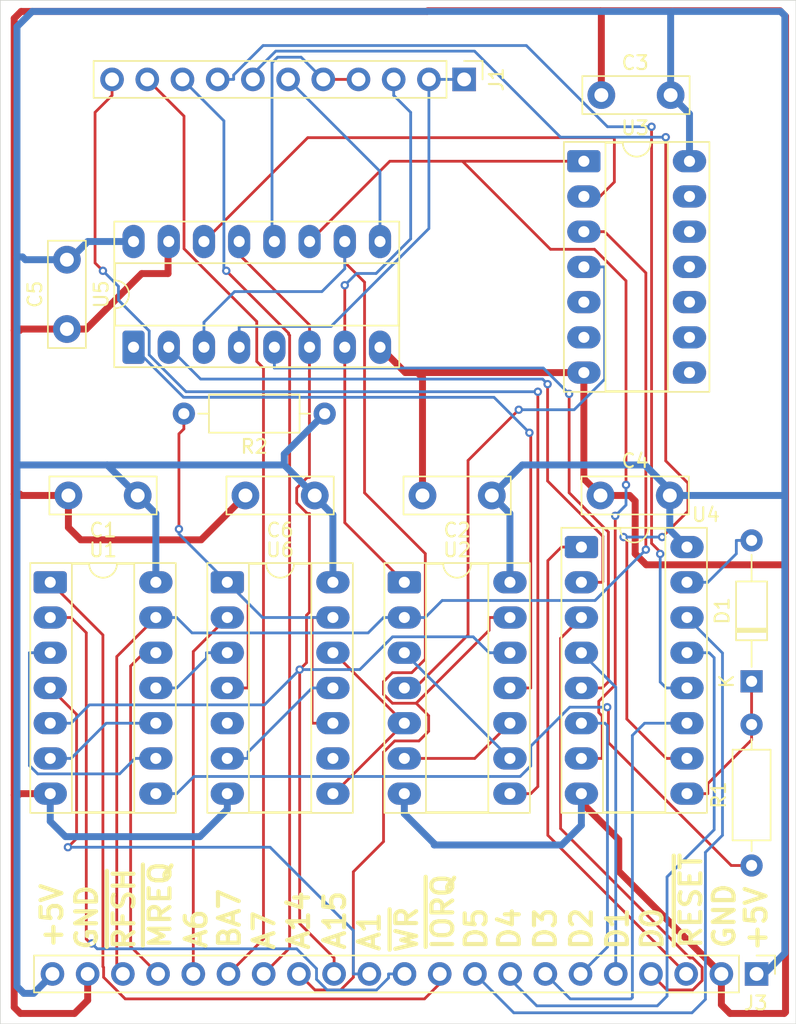
<source format=kicad_pcb>
(kicad_pcb (version 20241229) (generator "pcbnew") (generator_version "9.0")
  (layers (0 "F.Cu" signal) (2 "B.Cu" signal) (13 "F.Paste" user) (15 "B.Paste" user) (5 "F.SilkS" user "F.Silkscreen") (7 "B.SilkS" user "B.Silkscreen") (1 "F.Mask" user) (3 "B.Mask" user) (25 "Edge.Cuts" user))
  (net 0 "")
  (net 1 "Net-(R1-Pad1)")
  (net 2 "Net-(D1-K)")
  (net 3 "Net-(U6A-~{R})")
  (net 4 "+5V")
  (net 5 "/D4")
  (net 6 "Net-(U4-Q1)")
  (net 7 "Net-(U4-Q2)")
  (net 8 "/D2")
  (net 9 "/~{RESET}")
  (net 10 "/ROM_A14 (D70_27)")
  (net 11 "GND")
  (net 12 "/D5")
  (net 13 "/D3")
  (net 14 "/SCR_PAGE (D23_6)")
  (net 15 "/D0")
  (net 16 "Net-(D1-A)")
  (net 17 "Net-(U4-Q0)")
  (net 18 "/D1")
  (net 19 "/A14**")
  (net 20 "/A15")
  (net 21 "/A14")
  (net 22 "/A15*")
  (net 23 "Net-(U5-S)")
  (net 24 "Net-(U5-I0c)")
  (net 25 "/A15**")
  (net 26 "/A14*")
  (net 27 "/~{RFSH}")
  (net 28 "/~{WR}")
  (net 29 "Net-(U1-Pad3)")
  (net 30 "/~{MREQ}")
  (net 31 "/A1")
  (net 32 "Net-(U6A-C)")
  (net 33 "Net-(U1-Pad10)")
  (net 34 "/~{IORQ}")
  (net 35 "Net-(U2-Pad3)")
  (net 36 "Net-(U2-Pad10)")
  (net 37 "Net-(U2-Pad4)")
  (net 38 "/D25_13")
  (net 39 "Net-(U6B-D)")
  (net 49 "Net-(U6A-~{Q})")
  (net 50 "/A6")
  (net 52 "/BA7 (D27_5)")
  (net 53 "/A7 (D27_3)")
  (footprint "Package_DIP:DIP-14_W7.62mm_Socket_LongPads" (layer "F.Cu") (at 65 112.06)
    (property "Reference" "U1")
    (property "Value" "74LS32")
  )
  (footprint "Connector_PinHeader_2.54mm:PinHeader_1x11_P2.54mm_Vertical" (layer "F.Cu") (at 94.86 75.8 -90)
    (property "Reference" "J1")
    (property "Value" "OUTPUT")
  )
  (footprint "Package_DIP:DIP-14_W7.62mm_Socket_LongPads" (layer "F.Cu") (at 77.7733 112.06)
    (property "Reference" "U6")
    (property "Value" "74LS74")
  )
  (footprint "Diode_THT:D_DO-35_SOD27_P10.16mm_Horizontal" (layer "F.Cu") (at 115.6 119.2 90)
    (property "Reference" "D1")
    (property "Value" "1N4148")
  )
  (footprint "Capacitor_THT:C_Disc_D7.5mm_W2.5mm_P5.00mm" (layer "F.Cu") (at 109.76 76.93 180)
    (property "Reference" "C3")
    (property "Value" "0.1uF")
  )
  (footprint "Resistor_THT:R_Axial_DIN0207_L6.3mm_D2.5mm_P10.16mm_Horizontal" (layer "F.Cu") (at 84.8 99.9 180)
    (property "Reference" "R2")
    (property "Value" "1K")
  )
  (footprint "Capacitor_THT:C_Disc_D7.5mm_W2.5mm_P5.00mm" (layer "F.Cu") (at 96.8567 105.8 180)
    (property "Reference" "C2")
    (property "Value" "0.1uF")
  )
  (footprint "Package_DIP:DIP-14_W7.62mm_Socket_LongPads" (layer "F.Cu") (at 103.5 81.7)
    (property "Reference" "U3")
    (property "Value" "74LS04")
  )
  (footprint "Package_DIP:DIP-16_W7.62mm_Socket_LongPads" (layer "F.Cu") (at 103.32 109.52)
    (property "Reference" "U4")
    (property "Value" "74LS174")
  )
  (footprint "Connector_PinHeader_2.54mm:PinHeader_1x21_P2.54mm_Vertical" (layer "F.Cu") (at 115.96 140.3 -90)
    (property "Reference" "J3")
    (property "Value" "INPUT")
  )
  (footprint "Capacitor_THT:C_Disc_D7.5mm_W2.5mm_P5.00mm" (layer "F.Cu") (at 84.0833 105.8 180)
    (property "Reference" "C6")
    (property "Value" "0.1uF")
  )
  (footprint "Package_DIP:DIP-14_W7.62mm_Socket_LongPads" (layer "F.Cu") (at 90.5467 112.06)
    (property "Reference" "U2")
    (property "Value" "74LS00")
  )
  (footprint "Resistor_THT:R_Axial_DIN0207_L6.3mm_D2.5mm_P10.16mm_Horizontal" (layer "F.Cu") (at 115.6 132.48 90)
    (property "Reference" "R1")
    (property "Value" "1K")
  )
  (footprint "Package_DIP:DIP-16_W7.62mm_Socket_LongPads" (layer "F.Cu") (at 71.01 95.11 90)
    (property "Reference" "U5")
    (property "Value" "74LS257")
  )
  (footprint "Capacitor_THT:C_Disc_D7.5mm_W2.5mm_P5.00mm" (layer "F.Cu") (at 66.2 88.8 -90)
    (property "Reference" "C5")
    (property "Value" "0.1uF")
  )
  (footprint "Capacitor_THT:C_Disc_D7.5mm_W2.5mm_P5.00mm" (layer "F.Cu") (at 109.7 105.8 180)
    (property "Reference" "C4")
    (property "Value" "0.1uF")
  )
  (footprint "Capacitor_THT:C_Disc_D7.5mm_W2.5mm_P5.00mm" (layer "F.Cu") (at 71.31 105.8 180)
    (property "Reference" "C1")
    (property "Value" "0.1uF")
  )
  (gr_rect (start 61.4 70.1) (end 118.8 143.9) (stroke (width 0.05)) (fill no) (layer "Edge.Cuts"))
  (gr_text "BA7" (at 78.8 138.6 90) (layer "F.SilkS") (effects (font (size 1.5 1.5) (thickness 0.3) (bold yes)) (justify left bottom)))
  (gr_text "D2" (at 104.2 138.7 90) (layer "F.SilkS") (effects (font (size 1.5 1.5) (thickness 0.3) (bold yes)) (justify left bottom)))
  (gr_text "D4" (at 99 138.7 90) (layer "F.SilkS") (effects (font (size 1.5 1.5) (thickness 0.3) (bold yes)) (justify left bottom)))
  (gr_text "A6" (at 76.4 138.6 90) (layer "F.SilkS") (effects (font (size 1.5 1.5) (thickness 0.3) (bold yes)) (justify left bottom)))
  (gr_text "~{WR}" (at 91.6 138.9 90) (layer "F.SilkS") (effects (font (size 1.5 1.5) (thickness 0.3) (bold yes)) (justify left bottom)))
  (gr_text "~{MREQ}" (at 73.8 138.6 90) (layer "F.SilkS") (effects (font (size 1.5 1.5) (thickness 0.3) (bold yes)) (justify left bottom)))
  (gr_text "~{RFSH}" (at 71.2 138.7 90) (layer "F.SilkS") (effects (font (size 1.5 1.5) (thickness 0.3) (bold yes)) (justify left bottom)))
  (gr_text "D3" (at 101.6 138.7 90) (layer "F.SilkS") (effects (font (size 1.5 1.5) (thickness 0.3) (bold yes)) (justify left bottom)))
  (gr_text "+5V" (at 66 138.6 90) (layer "F.SilkS") (effects (font (size 1.5 1.5) (thickness 0.3) (bold yes)) (justify left bottom)))
  (gr_text "A7" (at 81.3 138.7 90) (layer "F.SilkS") (effects (font (size 1.5 1.5) (thickness 0.3) (bold yes)) (justify left bottom)))
  (gr_text "A15" (at 86.4 138.7 90) (layer "F.SilkS") (effects (font (size 1.5 1.5) (thickness 0.3) (bold yes)) (justify left bottom)))
  (gr_text "D0" (at 109.3 138.7 90) (layer "F.SilkS") (effects (font (size 1.5 1.5) (thickness 0.3) (bold yes)) (justify left bottom)))
  (gr_text "A14" (at 83.8 138.7 90) (layer "F.SilkS") (effects (font (size 1.5 1.5) (thickness 0.3) (bold yes)) (justify left bottom)))
  (gr_text "GND" (at 114.5 138.6 90) (layer "F.SilkS") (effects (font (size 1.5 1.5) (thickness 0.3) (bold yes)) (justify left bottom)))
  (gr_text "~{IORQ}" (at 94.2 138.7 90) (layer "F.SilkS") (effects (font (size 1.5 1.5) (thickness 0.3) (bold yes)) (justify left bottom)))
  (gr_text "+5V" (at 116.8 138.8 90) (layer "F.SilkS") (effects (font (size 1.5 1.5) (thickness 0.3) (bold yes)) (justify left bottom)))
  (gr_text "D1" (at 106.8 138.7 90) (layer "F.SilkS") (effects (font (size 1.5 1.5) (thickness 0.3) (bold yes)) (justify left bottom)))
  (gr_text "GND" (at 68.5 138.7 90) (layer "F.SilkS") (effects (font (size 1.5 1.5) (thickness 0.3) (bold yes)) (justify left bottom)))
  (gr_text "A1" (at 88.9 138.8 90) (layer "F.SilkS") (effects (font (size 1.5 1.5) (thickness 0.3) (bold yes)) (justify left bottom)))
  (gr_text "D5" (at 96.6 138.7 90) (layer "F.SilkS") (effects (font (size 1.5 1.5) (thickness 0.3) (bold yes)) (justify left bottom)))
  (gr_text "~{RESET}" (at 112.1 138.6 90) (layer "F.SilkS") (effects (font (size 1.5 1.5) (thickness 0.3) (bold yes)) (justify left bottom)))
  (segment (start 114.1305 132.48) (end 105.2688 123.6183) (width 0.2) (layer "F.Cu") (net 1))
  (segment (start 105.2688 123.6183) (end 105.2688 121.1491) (width 0.2) (layer "F.Cu") (net 1))
  (segment (start 105.2688 121.1491) (end 105.1857 121.066) (width 0.2) (layer "F.Cu") (net 1))
  (segment (start 115.6 132.48) (end 114.1305 132.48) (width 0.2) (layer "F.Cu") (net 1))
  (via (at 105.1857 121.066) (size 0.6) (drill 0.3) (layers "F.Cu" "B.Cu") (net 1))
  (segment (start 99.6684 125.2962) (end 99.6684 123.8747) (width 0.2) (layer "B.Cu") (net 1))
  (segment (start 74.1217 127.3) (end 75.3603 126.0614) (width 0.2) (layer "B.Cu") (net 1))
  (segment (start 98.9032 126.0614) (end 99.6684 125.2962) (width 0.2) (layer "B.Cu") (net 1))
  (segment (start 99.6684 123.8747) (end 102.4771 121.066) (width 0.2) (layer "B.Cu") (net 1))
  (segment (start 72.62 127.3) (end 74.1217 127.3) (width 0.2) (layer "B.Cu") (net 1))
  (segment (start 102.4771 121.066) (end 105.1857 121.066) (width 0.2) (layer "B.Cu") (net 1))
  (segment (start 75.3603 126.0614) (end 98.9032 126.0614) (width 0.2) (layer "B.Cu") (net 1))
  (segment (start 112.4417 127.3) (end 112.4417 126.58) (width 0.2) (layer "F.Cu") (net 2))
  (segment (start 112.4417 126.58) (end 115.6 123.4217) (width 0.2) (layer "F.Cu") (net 2))
  (segment (start 115.6 122.32) (end 115.6 119.2) (width 0.2) (layer "F.Cu") (net 2))
  (segment (start 115.6 122.32) (end 115.6 123.4217) (width 0.2) (layer "F.Cu") (net 2))
  (segment (start 110.94 127.3) (end 112.4417 127.3) (width 0.2) (layer "F.Cu") (net 2))
  (segment (start 85.3933 114.6) (end 83.8916 114.6) (width 0.2) (layer "F.Cu") (net 3))
  (segment (start 79.275 119.68) (end 79.275 113.5617) (width 0.2) (layer "F.Cu") (net 3))
  (segment (start 83.8916 122.22) (end 83.8916 114.6) (width 0.2) (layer "F.Cu") (net 3))
  (segment (start 74.64 99.9) (end 74.64 101.0017) (width 0.2) (layer "F.Cu") (net 3))
  (segment (start 74.285 101.3567) (end 74.285 108.222) (width 0.2) (layer "F.Cu") (net 3))
  (segment (start 79.275 113.5617) (end 77.7733 112.06) (width 0.2) (layer "F.Cu") (net 3))
  (segment (start 85.3933 122.22) (end 83.8916 122.22) (width 0.2) (layer "F.Cu") (net 3))
  (segment (start 77.7733 119.68) (end 79.275 119.68) (width 0.2) (layer "F.Cu") (net 3))
  (segment (start 74.64 101.0017) (end 74.285 101.3567) (width 0.2) (layer "F.Cu") (net 3))
  (via (at 74.285 108.222) (size 0.6) (drill 0.3) (layers "F.Cu" "B.Cu") (net 3))
  (segment (start 74.285 108.5717) (end 77.7733 112.06) (width 0.2) (layer "B.Cu") (net 3))
  (segment (start 80.3133 114.6) (end 77.7733 112.06) (width 0.2) (layer "B.Cu") (net 3))
  (segment (start 85.3933 114.6) (end 80.3133 114.6) (width 0.2) (layer "B.Cu") (net 3))
  (segment (start 74.285 108.222) (end 74.285 108.5717) (width 0.2) (layer "B.Cu") (net 3))
  (segment (start 99.0567 103.6) (end 96.8567 105.8) (width 0.5) (layer "B.Cu") (net 4))
  (segment (start 118 71.2) (end 118 105.8) (width 0.5) (layer "B.Cu") (net 4))
  (segment (start 109.7 105.4) (end 107.9 103.6) (width 0.5) (layer "B.Cu") (net 4))
  (segment (start 62.6 88.6) (end 62.6 72) (width 0.5) (layer "B.Cu") (net 4))
  (segment (start 63.8 141.7) (end 63.1 141.7) (width 0.5) (layer "B.Cu") (net 4))
  (segment (start 65.16 140.34) (end 63.8 141.7) (width 0.5) (layer "B.Cu") (net 4))
  (segment (start 69.11 103.6) (end 71.31 105.8) (width 0.5) (layer "B.Cu") (net 4))
  (segment (start 109.7 105.8) (end 109.7 105.4) (width 0.5) (layer "B.Cu") (net 4))
  (segment (start 96.8567 105.8) (end 98.1667 107.11) (width 0.5) (layer "B.Cu") (net 4))
  (segment (start 62.6 72) (end 63.7 70.9) (width 0.5) (layer "B.Cu") (net 4))
  (segment (start 62.6 141.2) (end 62.6 103.6) (width 0.5) (layer "B.Cu") (net 4))
  (segment (start 67.71 87.49) (end 71.01 87.49) (width 0.5) (layer "B.Cu") (net 4))
  (segment (start 109.7 108.28) (end 110.94 109.52) (width 0.5) (layer "B.Cu") (net 4))
  (segment (start 62.6 88.6) (end 63 88.6) (width 0.5) (layer "B.Cu") (net 4))
  (segment (start 72.62 107.11) (end 72.62 112.06) (width 0.5) (layer "B.Cu") (net 4))
  (segment (start 98.1667 107.11) (end 98.1667 112.06) (width 0.5) (layer "B.Cu") (net 4))
  (segment (start 65.16 140.3) (end 65.16 140.34) (width 0.5) (layer "B.Cu") (net 4))
  (segment (start 109.9 70.9) (end 109.76 71.04) (width 0.5) (layer "B.Cu") (net 4))
  (segment (start 118 105.8) (end 118 138.8) (width 0.5) (layer "B.Cu") (net 4))
  (segment (start 63.2 88.8) (end 66.2 88.8) (width 0.5) (layer "B.Cu") (net 4))
  (segment (start 81.8833 102.817) (end 84.8 99.9) (width 0.5) (layer "B.Cu") (net 4))
  (segment (start 117.7 70.9) (end 118 71.2) (width 0.5) (layer "B.Cu") (net 4))
  (segment (start 84.0833 105.8) (end 84.0833 105.883) (width 0.5) (layer "B.Cu") (net 4))
  (segment (start 66.2 88.8) (end 66.4 88.8) (width 0.5) (layer "B.Cu") (net 4))
  (segment (start 69.11 103.6) (end 81.8833 103.6) (width 0.5) (layer "B.Cu") (net 4))
  (segment (start 116.5 140.3) (end 115.96 140.3) (width 0.5) (layer "B.Cu") (net 4))
  (segment (start 109.7 105.8) (end 109.7 108.28) (width 0.5) (layer "B.Cu") (net 4))
  (segment (start 62.6 103.6) (end 62.6 88.6) (width 0.5) (layer "B.Cu") (net 4))
  (segment (start 62.6 103.6) (end 69.11 103.6) (width 0.5) (layer "B.Cu") (net 4))
  (segment (start 84.0833 105.883) (end 85.3933 107.193) (width 0.5) (layer "B.Cu") (net 4))
  (segment (start 81.8833 103.6) (end 81.8833 102.817) (width 0.5) (layer "B.Cu") (net 4))
  (segment (start 109.9 70.9) (end 117.7 70.9) (width 0.5) (layer "B.Cu") (net 4))
  (segment (start 111.12 78.29) (end 111.12 81.7) (width 0.5) (layer "B.Cu") (net 4))
  (segment (start 118 105.8) (end 109.7 105.8) (width 0.5) (layer "B.Cu") (net 4))
  (segment (start 118 138.8) (end 116.5 140.3) (width 0.5) (layer "B.Cu") (net 4))
  (segment (start 63.1 141.7) (end 62.6 141.2) (width 0.5) (layer "B.Cu") (net 4))
  (segment (start 109.76 76.93) (end 111.12 78.29) (width 0.5) (layer "B.Cu") (net 4))
  (segment (start 63.7 70.9) (end 109.9 70.9) (width 0.5) (layer "B.Cu") (net 4))
  (segment (start 66.4 88.8) (end 67.71 87.49) (width 0.5) (layer "B.Cu") (net 4))
  (segment (start 107.9 103.6) (end 99.0567 103.6) (width 0.5) (layer "B.Cu") (net 4))
  (segment (start 71.31 105.8) (end 72.62 107.11) (width 0.5) (layer "B.Cu") (net 4))
  (segment (start 109.76 71.04) (end 109.76 76.93) (width 0.5) (layer "B.Cu") (net 4))
  (segment (start 85.3933 107.193) (end 85.3933 112.06) (width 0.5) (layer "B.Cu") (net 4))
  (segment (start 63 88.6) (end 63.2 88.8) (width 0.5) (layer "B.Cu") (net 4))
  (segment (start 81.8833 103.6) (end 84.0833 105.8) (width 0.5) (layer "B.Cu") (net 4))
  (segment (start 112.9 129.9) (end 112.9 117.5) (width 0.2) (layer "B.Cu") (net 5))
  (segment (start 112.9 117.5) (end 112.54 117.14) (width 0.2) (layer "B.Cu") (net 5))
  (segment (start 108.8 142.6) (end 109.5 141.9) (width 0.2) (layer "B.Cu") (net 5))
  (segment (start 98.18 140.3) (end 98.18 140.68) (width 0.2) (layer "B.Cu") (net 5))
  (segment (start 98.18 140.68) (end 100.1 142.6) (width 0.2) (layer "B.Cu") (net 5))
  (segment (start 109.5 133.3) (end 112.9 129.9) (width 0.2) (layer "B.Cu") (net 5))
  (segment (start 100.1 142.6) (end 108.8 142.6) (width 0.2) (layer "B.Cu") (net 5))
  (segment (start 109.5 141.9) (end 109.5 133.3) (width 0.2) (layer "B.Cu") (net 5))
  (segment (start 112.54 117.14) (end 110.94 117.14) (width 0.2) (layer "B.Cu") (net 5))
  (segment (start 105.2684 108.4327) (end 105.2684 119.2333) (width 0.2) (layer "F.Cu") (net 6))
  (segment (start 103.32 119.68) (end 104.8217 119.68) (width 0.2) (layer "F.Cu") (net 6))
  (segment (start 102.4366 98.4739) (end 102.4366 105.6009) (width 0.2) (layer "F.Cu") (net 6))
  (segment (start 102.4366 105.6009) (end 105.2684 108.4327) (width 0.2) (layer "F.Cu") (net 6))
  (segment (start 105.2684 119.2333) (end 104.8217 119.68) (width 0.2) (layer "F.Cu") (net 6))
  (via (at 102.4366 98.4739) (size 0.6) (drill 0.3) (layers "F.Cu" "B.Cu") (net 6))
  (segment (start 81.17 95.11) (end 81.17 96.6117) (width 0.2) (layer "B.Cu") (net 6))
  (segment (start 102.4366 98.4739) (end 100.5744 96.6117) (width 0.2) (layer "B.Cu") (net 6))
  (segment (start 100.5744 96.6117) (end 81.17 96.6117) (width 0.2) (layer "B.Cu") (net 6))
  (segment (start 104.5755 121.4508) (end 104.8217 121.697) (width 0.2) (layer "F.Cu") (net 7))
  (segment (start 104.5755 120.6469) (end 104.5755 121.4508) (width 0.2) (layer "F.Cu") (net 7))
  (segment (start 103.32 124.76) (end 104.8217 124.76) (width 0.2) (layer "F.Cu") (net 7))
  (segment (start 94.7417 81.7) (end 101.0917 88.05) (width 0.2) (layer "F.Cu") (net 7))
  (segment (start 106.54 90.3226) (end 106.54 105.0371) (width 0.2) (layer "F.Cu") (net 7))
  (segment (start 104.8217 121.697) (end 104.8217 124.76) (width 0.2) (layer "F.Cu") (net 7))
  (segment (start 104.2674 88.05) (end 106.54 90.3226) (width 0.2) (layer "F.Cu") (net 7))
  (segment (start 105.7622 119.4602) (end 104.5755 120.6469) (width 0.2) (layer "F.Cu") (net 7))
  (segment (start 94.7417 81.7) (end 89.5 81.7) (width 0.2) (layer "F.Cu") (net 7))
  (segment (start 105.7622 107.2684) (end 105.7622 119.4602) (width 0.2) (layer "F.Cu") (net 7))
  (segment (start 103.5 81.7) (end 94.7417 81.7) (width 0.2) (layer "F.Cu") (net 7))
  (segment (start 89.5 81.7) (end 83.71 87.49) (width 0.2) (layer "F.Cu") (net 7))
  (segment (start 101.0917 88.05) (end 104.2674 88.05) (width 0.2) (layer "F.Cu") (net 7))
  (via (at 105.7622 107.2684) (size 0.6) (drill 0.3) (layers "F.Cu" "B.Cu") (net 7))
  (via (at 106.54 105.0371) (size 0.6) (drill 0.3) (layers "F.Cu" "B.Cu") (net 7))
  (segment (start 106.54 105.0371) (end 106.54 106.4906) (width 0.2) (layer "B.Cu") (net 7))
  (segment (start 106.54 106.4906) (end 105.7622 107.2684) (width 0.2) (layer "B.Cu") (net 7))
  (segment (start 105.02 122.22) (end 103.32 122.22) (width 0.2) (layer "B.Cu") (net 8))
  (segment (start 105.2 122.4) (end 105.02 122.22) (width 0.2) (layer "B.Cu") (net 8))
  (segment (start 105.2 138.36) (end 105.2 122.4) (width 0.2) (layer "B.Cu") (net 8))
  (segment (start 103.26 140.3) (end 105.2 138.36) (width 0.2) (layer "B.Cu") (net 8))
  (segment (start 110.88 140.3) (end 110.88 140.28) (width 0.2) (layer "F.Cu") (net 9))
  (segment (start 101.88 109.52) (end 103.32 109.52) (width 0.2) (layer "F.Cu") (net 9))
  (segment (start 110.88 140.28) (end 100.9 130.3) (width 0.2) (layer "F.Cu") (net 9))
  (segment (start 100.9 110.5) (end 101.88 109.52) (width 0.2) (layer "F.Cu") (net 9))
  (segment (start 100.9 130.3) (end 100.9 110.5) (width 0.2) (layer "F.Cu") (net 9))
  (segment (start 108.3837 109.2502) (end 108.3837 79.2137) (width 0.2) (layer "F.Cu") (net 10))
  (segment (start 109.0053 109.8718) (end 108.3837 109.2502) (width 0.2) (layer "F.Cu") (net 10))
  (segment (start 109.0053 110.013) (end 109.0053 109.8718) (width 0.2) (layer "F.Cu") (net 10))
  (via (at 108.3837 79.2137) (size 0.6) (drill 0.3) (layers "F.Cu" "B.Cu") (net 10))
  (via (at 109.0053 110.013) (size 0.6) (drill 0.3) (layers "F.Cu" "B.Cu") (net 10))
  (segment (start 78.2317 75.8) (end 78.2317 75.4809) (width 0.2) (layer "B.Cu") (net 10))
  (segment (start 77.08 75.8) (end 78.2317 75.8) (width 0.2) (layer "B.Cu") (net 10))
  (segment (start 110.94 119.68) (end 109.4383 119.68) (width 0.2) (layer "B.Cu") (net 10))
  (segment (start 99.3483 73.3592) (end 105.2028 79.2137) (width 0.2) (layer "B.Cu") (net 10))
  (segment (start 105.2028 79.2137) (end 108.3837 79.2137) (width 0.2) (layer "B.Cu") (net 10))
  (segment (start 109.0053 110.013) (end 109.0053 119.247) (width 0.2) (layer "B.Cu") (net 10))
  (segment (start 80.3534 73.3592) (end 99.3483 73.3592) (width 0.2) (layer "B.Cu") (net 10))
  (segment (start 78.2317 75.4809) (end 80.3534 73.3592) (width 0.2) (layer "B.Cu") (net 10))
  (segment (start 109.0053 119.247) (end 109.4383 119.68) (width 0.2) (layer "B.Cu") (net 10))
  (segment (start 62.9 93.8) (end 66.2 93.8) (width 0.5) (layer "F.Cu") (net 11))
  (segment (start 62.8 127.3) (end 65 127.3) (width 0.5) (layer "F.Cu") (net 11))
  (segment (start 62.4 93.9) (end 62.4 105.7) (width 0.5) (layer "F.Cu") (net 11))
  (segment (start 62.8 105.7) (end 62.9 105.8) (width 0.5) (layer "F.Cu") (net 11))
  (segment (start 66.31 108.11) (end 67.2 109) (width 0.5) (layer "F.Cu") (net 11))
  (segment (start 62.4 127.4) (end 62.7 127.4) (width 0.5) (layer "F.Cu") (net 11))
  (segment (start 62.4 127.4) (end 62.4 142.7) (width 0.5) (layer "F.Cu") (net 11))
  (segment (start 117.651 70.851) (end 104.7 70.851) (width 0.5) (layer "F.Cu") (net 11))
  (segment (start 66.31 105.8) (end 66.31 108.11) (width 0.5) (layer "F.Cu") (net 11))
  (segment (start 103.5 96.94) (end 91.5 96.94) (width 0.5) (layer "F.Cu") (net 11))
  (segment (start 73.5 87.54) (end 73.55 87.49) (width 0.5) (layer "F.Cu") (net 11))
  (segment (start 71.6 89.8) (end 73.5 89.8) (width 0.5) (layer "F.Cu") (net 11))
  (segment (start 67.6 93.8) (end 71.6 89.8) (width 0.5) (layer "F.Cu") (net 11))
  (segment (start 62.8 93.9) (end 62.9 93.8) (width 0.5) (layer "F.Cu") (net 11))
  (segment (start 66.751 143.149) (end 67.7 142.2) (width 0.5) (layer "F.Cu") (net 11))
  (segment (start 62.7 127.4) (end 62.8 127.3) (width 0.5) (layer "F.Cu") (net 11))
  (segment (start 106.02 132.9) (end 106.02 130.62) (width 0.5) (layer "F.Cu") (net 11))
  (segment (start 62.4 71.4) (end 62.4 93.9) (width 0.5) (layer "F.Cu") (net 11))
  (segment (start 118.049 110.8) (end 108 110.8) (width 0.5) (layer "F.Cu") (net 11))
  (segment (start 62.4 105.7) (end 62.8 105.7) (width 0.5) (layer "F.Cu") (net 11))
  (segment (start 108 110.8) (end 107.2 110) (width 0.5) (layer "F.Cu") (net 11))
  (segment (start 118.049 71.249) (end 117.651 70.851) (width 0.5) (layer "F.Cu") (net 11))
  (segment (start 67.7 142.2) (end 67.7 140.3) (width 0.5) (layer "F.Cu") (net 11))
  (segment (start 118.049 143.051) (end 118.049 110.8) (width 0.5) (layer "F.Cu") (net 11))
  (segment (start 106.02 130.62) (end 103.32 127.92) (width 0.5) (layer "F.Cu") (net 11))
  (segment (start 104.76 70.911) (end 104.76 76.93) (width 0.5) (layer "F.Cu") (net 11))
  (segment (start 106.8 105.8) (end 104.7 105.8) (width 0.5) (layer "F.Cu") (net 11))
  (segment (start 62.9 105.8) (end 66.31 105.8) (width 0.5) (layer "F.Cu") (net 11))
  (segment (start 113.42 140.3) (end 106.02 132.9) (width 0.5) (layer "F.Cu") (net 11))
  (segment (start 104.7 105.8) (end 103.5 104.6) (width 0.5) (layer "F.Cu") (net 11))
  (segment (start 113.42 140.3) (end 113.42 142.52) (width 0.5) (layer "F.Cu") (net 11))
  (segment (start 62.4 142.7) (end 62.849 143.149) (width 0.5) (layer "F.Cu") (net 11))
  (segment (start 117.951 143.149) (end 118.049 143.051) (width 0.5) (layer "F.Cu") (net 11))
  (segment (start 113.42 142.52) (end 114.049 143.149) (width 0.5) (layer "F.Cu") (net 11))
  (segment (start 90.62 96.94) (end 88.79 95.11) (width 0.5) (layer "F.Cu") (net 11))
  (segment (start 75.8833 109) (end 79.0833 105.8) (width 0.5) (layer "F.Cu") (net 11))
  (segment (start 91.8567 97.2967) (end 91.8567 105.8) (width 0.5) (layer "F.Cu") (net 11))
  (segment (start 62.849 143.149) (end 66.751 143.149) (width 0.5) (layer "F.Cu") (net 11))
  (segment (start 107.2 106.2) (end 106.8 105.8) (width 0.5) (layer "F.Cu") (net 11))
  (segment (start 91.5 96.94) (end 91.8567 97.2967) (width 0.5) (layer "F.Cu") (net 11))
  (segment (start 107.2 110) (end 107.2 106.2) (width 0.5) (layer "F.Cu") (net 11))
  (segment (start 67.2 109) (end 75.8833 109) (width 0.5) (layer "F.Cu") (net 11))
  (segment (start 92.249 70.851) (end 92.2 70.9) (width 0.5) (layer "F.Cu") (net 11))
  (segment (start 62.4 93.9) (end 62.8 93.9) (width 0.5) (layer "F.Cu") (net 11))
  (segment (start 103.32 127.92) (end 103.32 127.3) (width 0.5) (layer "F.Cu") (net 11))
  (segment (start 92.2 70.9) (end 62.9 70.9) (width 0.5) (layer "F.Cu") (net 11))
  (segment (start 62.9 70.9) (end 62.4 71.4) (width 0.5) (layer "F.Cu") (net 11))
  (segment (start 118.049 110.8) (end 118.049 71.249) (width 0.5) (layer "F.Cu") (net 11))
  (segment (start 103.5 104.6) (end 103.5 96.94) (width 0.5) (layer "F.Cu") (net 11))
  (segment (start 114.049 143.149) (end 117.951 143.149) (width 0.5) (layer "F.Cu") (net 11))
  (segment (start 62.4 105.7) (end 62.4 127.4) (width 0.5) (layer "F.Cu") (net 11))
  (segment (start 66.2 93.8) (end 67.6 93.8) (width 0.5) (layer "F.Cu") (net 11))
  (segment (start 104.7 70.851) (end 104.76 70.911) (width 0.5) (layer "F.Cu") (net 11))
  (segment (start 73.5 89.8) (end 73.5 87.54) (width 0.5) (layer "F.Cu") (net 11))
  (segment (start 104.7 70.851) (end 92.249 70.851) (width 0.5) (layer "F.Cu") (net 11))
  (segment (start 91.5 96.94) (end 90.62 96.94) (width 0.5) (layer "F.Cu") (net 11))
  (segment (start 90.5467 128.747) (end 90.5467 127.3) (width 0.5) (layer "B.Cu") (net 11))
  (segment (start 92.7 131) (end 92.7 130.9) (width 0.5) (layer "B.Cu") (net 11))
  (segment (start 101.9 131) (end 92.7 131) (width 0.5) (layer "B.Cu") (net 11))
  (segment (start 66.1 130.4) (end 75.8 130.4) (width 0.5) (layer "B.Cu") (net 11))
  (segment (start 103.32 127.3) (end 103.32 129.58) (width 0.5) (layer "B.Cu") (net 11))
  (segment (start 92.7 130.9) (end 90.5467 128.747) (width 0.5) (layer "B.Cu") (net 11))
  (segment (start 65 129.3) (end 66.1 130.4) (width 0.5) (layer "B.Cu") (net 11))
  (segment (start 75.8 130.4) (end 77.7733 128.427) (width 0.5) (layer "B.Cu") (net 11))
  (segment (start 77.7733 128.427) (end 77.7733 127.3) (width 0.5) (layer "B.Cu") (net 11))
  (segment (start 65 127.3) (end 65 129.3) (width 0.5) (layer "B.Cu") (net 11))
  (segment (start 103.32 129.58) (end 101.9 131) (width 0.5) (layer "B.Cu") (net 11))
  (segment (start 112.269 131.531) (end 112.269 142.131) (width 0.2) (layer "B.Cu") (net 12))
  (segment (start 113.5 117.16) (end 113.5 130.3) (width 0.2) (layer "B.Cu") (net 12))
  (segment (start 111.3 143.1) (end 98.44 143.1) (width 0.2) (layer "B.Cu") (net 12))
  (segment (start 98.44 143.1) (end 95.64 140.3) (width 0.2) (layer "B.Cu") (net 12))
  (segment (start 112.269 142.131) (end 111.3 143.1) (width 0.2) (layer "B.Cu") (net 12))
  (segment (start 110.94 114.6) (end 113.5 117.16) (width 0.2) (layer "B.Cu") (net 12))
  (segment (start 113.5 130.3) (end 112.269 131.531) (width 0.2) (layer "B.Cu") (net 12))
  (segment (start 102.52 142.1) (end 106.9 142.1) (width 0.2) (layer "B.Cu") (net 13))
  (segment (start 106.9 142.1) (end 107 142) (width 0.2) (layer "B.Cu") (net 13))
  (segment (start 107.88 122.22) (end 110.94 122.22) (width 0.2) (layer "B.Cu") (net 13))
  (segment (start 100.72 140.3) (end 102.52 142.1) (width 0.2) (layer "B.Cu") (net 13))
  (segment (start 107 123.1) (end 107.88 122.22) (width 0.2) (layer "B.Cu") (net 13))
  (segment (start 107 142) (end 107 123.1) (width 0.2) (layer "B.Cu") (net 13))
  (segment (start 106.6 121.9217) (end 106.6 109.0348) (width 0.2) (layer "F.Cu") (net 14))
  (segment (start 109.4383 124.76) (end 106.6 121.9217) (width 0.2) (layer "F.Cu") (net 14))
  (segment (start 110.94 124.76) (end 109.4383 124.76) (width 0.2) (layer "F.Cu") (net 14))
  (segment (start 109.1452 108.7987) (end 111.0069 106.937) (width 0.2) (layer "F.Cu") (net 14))
  (segment (start 111.0069 104.9069) (end 109.4068 103.3068) (width 0.2) (layer "F.Cu") (net 14))
  (segment (start 111.0069 106.937) (end 111.0069 104.9069) (width 0.2) (layer "F.Cu") (net 14))
  (segment (start 109.4068 103.3068) (end 109.4068 79.967) (width 0.2) (layer "F.Cu") (net 14))
  (segment (start 106.6 109.0348) (end 106.3639 108.7987) (width 0.2) (layer "F.Cu") (net 14))
  (via (at 109.1452 108.7987) (size 0.6) (drill 0.3) (layers "F.Cu" "B.Cu") (net 14))
  (via (at 106.3639 108.7987) (size 0.6) (drill 0.3) (layers "F.Cu" "B.Cu") (net 14))
  (via (at 109.4068 79.967) (size 0.6) (drill 0.3) (layers "F.Cu" "B.Cu") (net 14))
  (segment (start 79.62 75.4106) (end 81.2697 73.7609) (width 0.2) (layer "B.Cu") (net 14))
  (segment (start 109.1452 108.7987) (end 106.3639 108.7987) (width 0.2) (layer "B.Cu") (net 14))
  (segment (start 101.8161 79.967) (end 109.4068 79.967) (width 0.2) (layer "B.Cu") (net 14))
  (segment (start 79.62 75.8) (end 79.62 75.4106) (width 0.2) (layer "B.Cu") (net 14))
  (segment (start 81.2697 73.7609) (end 95.61 73.7609) (width 0.2) (layer "B.Cu") (net 14))
  (segment (start 95.61 73.7609) (end 101.8161 79.967) (width 0.2) (layer "B.Cu") (net 14))
  (segment (start 111.357 139.149) (end 111.149 139.149) (width 0.2) (layer "F.Cu") (net 15))
  (segment (start 101.819 116.101) (end 103.32 114.6) (width 0.2) (layer "F.Cu") (net 15))
  (segment (start 101.819 129.819) (end 101.819 116.101) (width 0.2) (layer "F.Cu") (net 15))
  (segment (start 109.491 141.451) (end 111.357 141.451) (width 0.2) (layer "F.Cu") (net 15))
  (segment (start 108.34 140.3) (end 109.491 141.451) (width 0.2) (layer "F.Cu") (net 15))
  (segment (start 111.149 139.149) (end 101.819 129.819) (width 0.2) (layer "F.Cu") (net 15))
  (segment (start 111.357 141.451) (end 112.031 140.777) (width 0.2) (layer "F.Cu") (net 15))
  (segment (start 112.031 139.823) (end 111.357 139.149) (width 0.2) (layer "F.Cu") (net 15))
  (segment (start 112.031 140.777) (end 112.031 139.823) (width 0.2) (layer "F.Cu") (net 15))
  (segment (start 112.4417 112.06) (end 114.4983 110.0034) (width 0.2) (layer "B.Cu") (net 16))
  (segment (start 115.6 109.04) (end 114.4983 109.04) (width 0.2) (layer "B.Cu") (net 16))
  (segment (start 114.4983 110.0034) (end 114.4983 109.04) (width 0.2) (layer "B.Cu") (net 16))
  (segment (start 110.94 112.06) (end 112.4417 112.06) (width 0.2) (layer "B.Cu") (net 16))
  (segment (start 100.8833 104.757) (end 100.8833 97.7715) (width 0.2) (layer "F.Cu") (net 17))
  (segment (start 104.8217 112.06) (end 104.8667 112.015) (width 0.2) (layer "F.Cu") (net 17))
  (segment (start 104.8667 112.015) (end 104.8667 108.7404) (width 0.2) (layer "F.Cu") (net 17))
  (segment (start 104.8667 108.7404) (end 100.8833 104.757) (width 0.2) (layer "F.Cu") (net 17))
  (segment (start 103.32 112.06) (end 104.8217 112.06) (width 0.2) (layer "F.Cu") (net 17))
  (via (at 100.8833 97.7715) (size 0.6) (drill 0.3) (layers "F.Cu" "B.Cu") (net 17))
  (segment (start 100.8833 97.7715) (end 100.5182 97.4064) (width 0.2) (layer "B.Cu") (net 17))
  (segment (start 75.8464 97.4064) (end 73.55 95.11) (width 0.2) (layer "B.Cu") (net 17))
  (segment (start 100.5182 97.4064) (end 75.8464 97.4064) (width 0.2) (layer "B.Cu") (net 17))
  (segment (start 105.8 119.62) (end 105.8 140.3) (width 0.2) (layer "B.Cu") (net 18))
  (segment (start 103.32 117.14) (end 105.8 119.62) (width 0.2) (layer "B.Cu") (net 18))
  (segment (start 88.79 82.43) (end 82.16 75.8) (width 0.2) (layer "B.Cu") (net 19))
  (segment (start 88.79 87.49) (end 88.79 82.43) (width 0.2) (layer "B.Cu") (net 19))
  (segment (start 83.71 93.51) (end 83.71 95.11) (width 0.2) (layer "F.Cu") (net 20))
  (segment (start 82.7823 105.261108) (end 82.7823 106.338892) (width 0.2) (layer "F.Cu") (net 20))
  (segment (start 83.4906 117.8596) (end 82.9961 118.3541) (width 0.2) (layer "F.Cu") (net 20))
  (segment (start 83.544408 104.499) (end 82.7823 105.261108) (width 0.2) (layer "F.Cu") (net 20))
  (segment (start 82.9961 136.6644) (end 82.9961 118.3541) (width 0.2) (layer "F.Cu") (net 20))
  (segment (start 78.63 87.49) (end 78.63 88.43) (width 0.2) (layer "F.Cu") (net 20))
  (segment (start 83.7 114.2245) (end 83.4906 114.4339) (width 0.2) (layer "F.Cu") (net 20))
  (segment (start 83.544408 107.101) (end 83.7 107.101) (width 0.2) (layer "F.Cu") (net 20))
  (segment (start 83.4906 114.4339) (end 83.4906 114.7661) (width 0.2) (layer "F.Cu") (net 20))
  (segment (start 83.7 107.101) (end 83.7 114.2245) (width 0.2) (layer "F.Cu") (net 20))
  (segment (start 78.63 88.43) (end 83.71 93.51) (width 0.2) (layer "F.Cu") (net 20))
  (segment (start 83.7 104.499) (end 83.544408 104.499) (width 0.2) (layer "F.Cu") (net 20))
  (segment (start 83.71 95.11) (end 83.7 95.12) (width 0.2) (layer "F.Cu") (net 20))
  (segment (start 83.4906 114.7661) (end 83.4906 117.8596) (width 0.2) (layer "F.Cu") (net 20))
  (segment (start 82.7823 106.338892) (end 83.544408 107.101) (width 0.2) (layer "F.Cu") (net 20))
  (segment (start 85.48 140.3) (end 85.48 139.1483) (width 0.2) (layer "F.Cu") (net 20))
  (segment (start 83.7 95.12) (end 83.7 104.499) (width 0.2) (layer "F.Cu") (net 20))
  (segment (start 85.48 139.1483) (end 82.9961 136.6644) (width 0.2) (layer "F.Cu") (net 20))
  (via (at 82.9961 118.3541) (size 0.6) (drill 0.3) (layers "F.Cu" "B.Cu") (net 20))
  (segment (start 67.8231 120.8986) (end 80.4516 120.8986) (width 0.2) (layer "B.Cu") (net 20))
  (segment (start 89.6999 115.9906) (end 87.3364 118.3541) (width 0.2) (layer "B.Cu") (net 20))
  (segment (start 80.4516 120.8986) (end 82.9961 118.3541) (width 0.2) (layer "B.Cu") (net 20))
  (segment (start 96.665 117.14) (end 95.5156 115.9906) (width 0.2) (layer "B.Cu") (net 20))
  (segment (start 87.3364 118.3541) (end 82.9961 118.3541) (width 0.2) (layer "B.Cu") (net 20))
  (segment (start 98.1667 117.14) (end 96.665 117.14) (width 0.2) (layer "B.Cu") (net 20))
  (segment (start 65 122.22) (end 66.5017 122.22) (width 0.2) (layer "B.Cu") (net 20))
  (segment (start 95.5156 115.9906) (end 89.6999 115.9906) (width 0.2) (layer "B.Cu") (net 20))
  (segment (start 66.5017 122.22) (end 67.8231 120.8986) (width 0.2) (layer "B.Cu") (net 20))
  (segment (start 92.3 122.8) (end 92.3 121.6786) (width 0.2) (layer "F.Cu") (net 21))
  (segment (start 86.25 87.49) (end 86.25 88.9917) (width 0.2) (layer "F.Cu") (net 21))
  (segment (start 91.4031 120.7817) (end 96.665 115.5198) (width 0.2) (layer "F.Cu") (net 21))
  (segment (start 87.6771 105.6121) (end 92.0594 109.9944) (width 0.2) (layer "F.Cu") (net 21))
  (segment (start 89.6903 120.7817) (end 91.4031 120.7817) (width 0.2) (layer "F.Cu") (net 21))
  (segment (start 92.0594 109.9944) (end 92.0594 117.5993) (width 0.2) (layer "F.Cu") (net 21))
  (segment (start 84.091 141.451) (end 85.95676 141.451) (width 0.2) (layer "F.Cu") (net 21))
  (segment (start 89.0457 130.758049) (end 89.0457 124.303951) (width 0.2) (layer "F.Cu") (net 21))
  (segment (start 86.869 140.53876) (end 86.869 132.934749) (width 0.2) (layer "F.Cu") (net 21))
  (segment (start 89.045 119.2236) (end 89.045 120.1364) (width 0.2) (layer "F.Cu") (net 21))
  (segment (start 96.665 115.5198) (end 96.665 114.6) (width 0.2) (layer "F.Cu") (net 21))
  (segment (start 82.94 140.3) (end 84.091 141.451) (width 0.2) (layer "F.Cu") (net 21))
  (segment (start 91.0804 118.5783) (end 89.6903 118.5783) (width 0.2) (layer "F.Cu") (net 21))
  (segment (start 86.25 88.9917) (end 87.6771 90.4188) (width 0.2) (layer "F.Cu") (net 21))
  (segment (start 86.869 132.934749) (end 89.0457 130.758049) (width 0.2) (layer "F.Cu") (net 21))
  (segment (start 89.6903 118.5783) (end 89.045 119.2236) (width 0.2) (layer "F.Cu") (net 21))
  (segment (start 89.045 120.1364) (end 89.6903 120.7817) (width 0.2) (layer "F.Cu") (net 21))
  (segment (start 98.1667 114.6) (end 96.665 114.6) (width 0.2) (layer "F.Cu") (net 21))
  (segment (start 91.6 123.5) (end 92.3 122.8) (width 0.2) (layer "F.Cu") (net 21))
  (segment (start 87.6771 90.4188) (end 87.6771 105.6121) (width 0.2) (layer "F.Cu") (net 21))
  (segment (start 89.0457 124.303951) (end 89.849651 123.5) (width 0.2) (layer "F.Cu") (net 21))
  (segment (start 89.849651 123.5) (end 91.6 123.5) (width 0.2) (layer "F.Cu") (net 21))
  (segment (start 92.3 121.6786) (end 91.4031 120.7817) (width 0.2) (layer "F.Cu") (net 21))
  (segment (start 85.95676 141.451) (end 86.869 140.53876) (width 0.2) (layer "F.Cu") (net 21))
  (segment (start 92.0594 117.5993) (end 91.0804 118.5783) (width 0.2) (layer "F.Cu") (net 21))
  (segment (start 86.25 89.45) (end 86.25 87.49) (width 0.2) (layer "B.Cu") (net 21))
  (segment (start 78.3 91.1) (end 84.6 91.1) (width 0.2) (layer "B.Cu") (net 21))
  (segment (start 76.09 93.31) (end 78.3 91.1) (width 0.2) (layer "B.Cu") (net 21))
  (segment (start 84.6 91.1) (end 86.25 89.45) (width 0.2) (layer "B.Cu") (net 21))
  (segment (start 76.09 95.11) (end 76.09 93.31) (width 0.2) (layer "B.Cu") (net 21))
  (segment (start 86.2501 107.7634) (end 86.2501 96.6117) (width 0.2) (layer "F.Cu") (net 22))
  (segment (start 86.2501 96.6117) (end 86.25 96.6117) (width 0.2) (layer "F.Cu") (net 22))
  (segment (start 86.25 95.11) (end 86.25 96.6117) (width 0.2) (layer "F.Cu") (net 22))
  (segment (start 90.5467 112.06) (end 86.2501 107.7634) (width 0.2) (layer "F.Cu") (net 22))
  (segment (start 86.25 90.6407) (end 86.25 95.11) (width 0.2) (layer "F.Cu") (net 22))
  (via (at 86.25 90.6407) (size 0.6) (drill 0.3) (layers "F.Cu" "B.Cu") (net 22))
  (segment (start 91.0051 87.2982) (end 88.5101 89.7932) (width 0.2) (layer "B.Cu") (net 22))
  (segment (start 89.78 76.9517) (end 91.0051 78.1768) (width 0.2) (layer "B.Cu") (net 22))
  (segment (start 87.0975 89.7932) (end 86.25 90.6407) (width 0.2) (layer "B.Cu") (net 22))
  (segment (start 89.78 75.8) (end 89.78 76.9517) (width 0.2) (layer "B.Cu") (net 22))
  (segment (start 88.5101 89.7932) (end 87.0975 89.7932) (width 0.2) (layer "B.Cu") (net 22))
  (segment (start 91.0051 78.1768) (end 91.0051 87.2982) (width 0.2) (layer "B.Cu") (net 22))
  (segment (start 99.6684 101.3753) (end 99.5701 101.277) (width 0.2) (layer "F.Cu") (net 23))
  (segment (start 99.6684 119.68) (end 99.6684 101.3753) (width 0.2) (layer "F.Cu") (net 23))
  (segment (start 98.1667 119.68) (end 99.6684 119.68) (width 0.2) (layer "F.Cu") (net 23))
  (via (at 99.5701 101.277) (size 0.6) (drill 0.3) (layers "F.Cu" "B.Cu") (net 23))
  (segment (start 71.01 95.11) (end 74.6215 98.7215) (width 0.2) (layer "B.Cu") (net 23))
  (segment (start 97.0146 98.7215) (end 99.5701 101.277) (width 0.2) (layer "B.Cu") (net 23))
  (segment (start 74.6215 98.7215) (end 97.0146 98.7215) (width 0.2) (layer "B.Cu") (net 23))
  (segment (start 83.58 80) (end 76.09 87.49) (width 0.2) (layer "F.Cu") (net 24))
  (segment (start 104.66 84.24) (end 105.7 83.2) (width 0.2) (layer "F.Cu") (net 24))
  (segment (start 103.5 84.24) (end 104.66 84.24) (width 0.2) (layer "F.Cu") (net 24))
  (segment (start 105.7 80) (end 83.58 80) (width 0.2) (layer "F.Cu") (net 24))
  (segment (start 105.7 83.2) (end 105.7 80) (width 0.2) (layer "F.Cu") (net 24))
  (segment (start 84.7 75.8) (end 87.24 75.8) (width 0.2) (layer "F.Cu") (net 25))
  (segment (start 81.4 74.2) (end 83.1 74.2) (width 0.2) (layer "B.Cu") (net 25))
  (segment (start 83.1 74.2) (end 84.7 75.8) (width 0.2) (layer "B.Cu") (net 25))
  (segment (start 81 74.6) (end 81.4 74.2) (width 0.2) (layer "B.Cu") (net 25))
  (segment (start 81 87.32) (end 81 74.6) (width 0.2) (layer "B.Cu") (net 25))
  (segment (start 81.17 87.49) (end 81 87.32) (width 0.2) (layer "B.Cu") (net 25))
  (segment (start 78.63 95.11) (end 78.63 93.6083) (width 0.2) (layer "B.Cu") (net 26))
  (segment (start 93.7083 75.8) (end 92.32 75.8) (width 0.2) (layer "B.Cu") (net 26))
  (segment (start 92.32 86.5513) (end 85.263 93.6083) (width 0.2) (layer "B.Cu") (net 26))
  (segment (start 92.32 75.8) (end 92.32 86.5513) (width 0.2) (layer "B.Cu") (net 26))
  (segment (start 85.263 93.6083) (end 78.63 93.6083) (width 0.2) (layer "B.Cu") (net 26))
  (segment (start 94.86 75.8) (end 93.7083 75.8) (width 0.2) (layer "B.Cu") (net 26))
  (segment (start 107.9722 89.7505) (end 107.9722 109.707) (width 0.2) (layer "F.Cu") (net 27))
  (segment (start 69.8 117.42) (end 72.62 114.6) (width 0.2) (layer "F.Cu") (net 27))
  (segment (start 105.0017 86.78) (end 107.9722 89.7505) (width 0.2) (layer "F.Cu") (net 27))
  (segment (start 103.5 86.78) (end 105.0017 86.78) (width 0.2) (layer "F.Cu") (net 27))
  (segment (start 70.24 140.3) (end 69.8 139.86) (width 0.2) (layer "F.Cu") (net 27))
  (segment (start 69.8 139.86) (end 69.8 117.42) (width 0.2) (layer "F.Cu") (net 27))
  (via (at 107.9722 109.707) (size 0.6) (drill 0.3) (layers "F.Cu" "B.Cu") (net 27))
  (segment (start 93.2769 113.3715) (end 104.3077 113.3715) (width 0.2) (layer "B.Cu") (net 27))
  (segment (start 75.2328 115.7111) (end 87.9339 115.7111) (width 0.2) (layer "B.Cu") (net 27))
  (segment (start 92.0484 114.6) (end 93.2769 113.3715) (width 0.2) (layer "B.Cu") (net 27))
  (segment (start 74.1217 114.6) (end 75.2328 115.7111) (width 0.2) (layer "B.Cu") (net 27))
  (segment (start 104.3077 113.3715) (end 107.9722 109.707) (width 0.2) (layer "B.Cu") (net 27))
  (segment (start 90.5467 114.6) (end 92.0484 114.6) (width 0.2) (layer "B.Cu") (net 27))
  (segment (start 87.9339 115.7111) (end 89.045 114.6) (width 0.2) (layer "B.Cu") (net 27))
  (segment (start 72.62 114.6) (end 74.1217 114.6) (width 0.2) (layer "B.Cu") (net 27))
  (segment (start 90.5467 114.6) (end 89.045 114.6) (width 0.2) (layer "B.Cu") (net 27))
  (segment (start 67.9087 138.1) (end 67.6 137.7913) (width 0.2) (layer "F.Cu") (net 28))
  (segment (start 67.6 115.6983) (end 66.5017 114.6) (width 0.2) (layer "F.Cu") (net 28))
  (segment (start 68 138.1) (end 67.9087 138.1) (width 0.2) (layer "F.Cu") (net 28))
  (segment (start 66.5017 114.6) (end 65 114.6) (width 0.2) (layer "F.Cu") (net 28))
  (segment (start 67.6 137.7913) (end 67.6 115.6983) (width 0.2) (layer "F.Cu") (net 28))
  (via (at 68 138.1) (size 0.6) (drill 0.3) (layers "F.Cu" "B.Cu") (net 28))
  (segment (start 84.9773 141.4546) (end 88.5416 141.4546) (width 0.2) (layer "B.Cu") (net 28))
  (segment (start 68.3879 138.4879) (end 82.7793 138.4879) (width 0.2) (layer "B.Cu") (net 28))
  (segment (start 84.21 140.6873) (end 84.9773 141.4546) (width 0.2) (layer "B.Cu") (net 28))
  (segment (start 89.4083 140.5879) (end 89.4083 140.3) (width 0.2) (layer "B.Cu") (net 28))
  (segment (start 68 138.1) (end 68.3879 138.4879) (width 0.2) (layer "B.Cu") (net 28))
  (segment (start 84.21 139.9186) (end 84.21 140.6873) (width 0.2) (layer "B.Cu") (net 28))
  (segment (start 82.7793 138.4879) (end 84.21 139.9186) (width 0.2) (layer "B.Cu") (net 28))
  (segment (start 89.4083 140.3) (end 90.56 140.3) (width 0.2) (layer "B.Cu") (net 28))
  (segment (start 88.5416 141.4546) (end 89.4083 140.5879) (width 0.2) (layer "B.Cu") (net 28))
  (segment (start 63.4983 125.2784) (end 64.0956 125.8757) (width 0.2) (layer "B.Cu") (net 29))
  (segment (start 65 117.14) (end 63.4983 117.14) (width 0.2) (layer "B.Cu") (net 29))
  (segment (start 63.4983 117.14) (end 63.4983 125.2784) (width 0.2) (layer "B.Cu") (net 29))
  (segment (start 70.0026 125.8757) (end 71.1183 124.76) (width 0.2) (layer "B.Cu") (net 29))
  (segment (start 64.0956 125.8757) (end 70.0026 125.8757) (width 0.2) (layer "B.Cu") (net 29))
  (segment (start 72.62 124.76) (end 71.1183 124.76) (width 0.2) (layer "B.Cu") (net 29))
  (segment (start 71.76 117.14) (end 72.62 117.14) (width 0.2) (layer "F.Cu") (net 30))
  (segment (start 72.78 140.3) (end 70.8 138.32) (width 0.2) (layer "F.Cu") (net 30))
  (segment (start 70.8 118.1) (end 71.76 117.14) (width 0.2) (layer "F.Cu") (net 30))
  (segment (start 70.8 138.32) (end 70.8 118.1) (width 0.2) (layer "F.Cu") (net 30))
  (segment (start 65 119.68) (end 66.9 121.58) (width 0.2) (layer "F.Cu") (net 31))
  (segment (start 66.9 121.58) (end 66.9 130.5379) (width 0.2) (layer "F.Cu") (net 31))
  (segment (start 66.9 130.5379) (end 66.2753 131.1626) (width 0.2) (layer "F.Cu") (net 31))
  (via (at 66.2753 131.1626) (size 0.6) (drill 0.3) (layers "F.Cu" "B.Cu") (net 31))
  (segment (start 86.8683 137.1683) (end 80.8626 131.1626) (width 0.2) (layer "B.Cu") (net 31))
  (segment (start 88.02 140.3) (end 86.8683 140.3) (width 0.2) (layer "B.Cu") (net 31))
  (segment (start 80.8626 131.1626) (end 66.2753 131.1626) (width 0.2) (layer "B.Cu") (net 31))
  (segment (start 86.8683 140.3) (end 86.8683 137.1683) (width 0.2) (layer "B.Cu") (net 31))
  (segment (start 76.2716 117.14) (end 76.2716 117.5301) (width 0.2) (layer "B.Cu") (net 32))
  (segment (start 77.7733 117.14) (end 76.2716 117.14) (width 0.2) (layer "B.Cu") (net 32))
  (segment (start 76.2716 117.5301) (end 74.1217 119.68) (width 0.2) (layer "B.Cu") (net 32))
  (segment (start 72.62 119.68) (end 74.1217 119.68) (width 0.2) (layer "B.Cu") (net 32))
  (segment (start 66.5017 124.76) (end 69.0417 122.22) (width 0.2) (layer "B.Cu") (net 33))
  (segment (start 65 124.76) (end 66.5017 124.76) (width 0.2) (layer "B.Cu") (net 33))
  (segment (start 69.0417 122.22) (end 72.62 122.22) (width 0.2) (layer "B.Cu") (net 33))
  (segment (start 68.851 140.53876) (end 70.41224 142.1) (width 0.2) (layer "F.Cu") (net 34))
  (segment (start 93.1 141) (end 93.1 140.3) (width 0.2) (layer "F.Cu") (net 34))
  (segment (start 68.8 139.77224) (end 68.851 139.82324) (width 0.2) (layer "F.Cu") (net 34))
  (segment (start 65 112.06) (end 68.8 115.86) (width 0.2) (layer "F.Cu") (net 34))
  (segment (start 92 142.1) (end 93.1 141) (width 0.2) (layer "F.Cu") (net 34))
  (segment (start 68.851 139.82324) (end 68.851 140.53876) (width 0.2) (layer "F.Cu") (net 34))
  (segment (start 68.8 115.86) (end 68.8 139.77224) (width 0.2) (layer "F.Cu") (net 34))
  (segment (start 70.41224 142.1) (end 92 142.1) (width 0.2) (layer "F.Cu") (net 34))
  (segment (start 98.1667 124.76) (end 90.5467 117.14) (width 0.2) (layer "B.Cu") (net 35))
  (segment (start 90.5467 124.76) (end 95.6267 124.76) (width 0.2) (layer "F.Cu") (net 36))
  (segment (start 95.6267 124.76) (end 98.1667 122.22) (width 0.2) (layer "F.Cu") (net 36))
  (segment (start 98.8014 99.6184) (end 95.1426 103.2772) (width 0.2) (layer "F.Cu") (net 37))
  (segment (start 91.32 119.68) (end 90.5467 119.68) (width 0.2) (layer "F.Cu") (net 37))
  (segment (start 95.1426 103.2772) (end 95.1426 115.8574) (width 0.2) (layer "F.Cu") (net 37))
  (segment (start 95.1426 115.8574) (end 91.32 119.68) (width 0.2) (layer "F.Cu") (net 37))
  (via (at 98.8014 99.6184) (size 0.6) (drill 0.3) (layers "F.Cu" "B.Cu") (net 37))
  (segment (start 105.0017 97.415) (end 102.7983 99.6184) (width 0.2) (layer "B.Cu") (net 37))
  (segment (start 105.0017 89.32) (end 105.0017 97.415) (width 0.2) (layer "B.Cu") (net 37))
  (segment (start 103.5 89.32) (end 105.0017 89.32) (width 0.2) (layer "B.Cu") (net 37))
  (segment (start 102.7983 99.6184) (end 98.8014 99.6184) (width 0.2) (layer "B.Cu") (net 37))
  (segment (start 68.2326 89.0326) (end 68.2326 78.1791) (width 0.2) (layer "F.Cu") (net 38))
  (segment (start 100.18 126.7884) (end 100.18 98.3197) (width 0.2) (layer "F.Cu") (net 38))
  (segment (start 99.6684 127.3) (end 100.18 126.7884) (width 0.2) (layer "F.Cu") (net 38))
  (segment (start 68.2326 78.1791) (end 69.46 76.9517) (width 0.2) (layer "F.Cu") (net 38))
  (segment (start 69.46 76.9517) (end 69.46 75.8) (width 0.2) (layer "F.Cu") (net 38))
  (segment (start 98.1667 127.3) (end 99.6684 127.3) (width 0.2) (layer "F.Cu") (net 38))
  (segment (start 68.8 89.6) (end 68.2326 89.0326) (width 0.2) (layer "F.Cu") (net 38))
  (via (at 100.18 98.3197) (size 0.6) (drill 0.3) (layers "F.Cu" "B.Cu") (net 38))
  (via (at 68.8 89.6) (size 0.6) (drill 0.3) (layers "F.Cu" "B.Cu") (net 38))
  (segment (start 72.139 93.9336) (end 72.139 95.664) (width 0.2) (layer "B.Cu") (net 38))
  (segment (start 69.9208 90.7208) (end 69.9208 91.7154) (width 0.2) (layer "B.Cu") (net 38))
  (segment (start 72.139 95.664) (end 74.7947 98.3197) (width 0.2) (layer "B.Cu") (net 38))
  (segment (start 74.7947 98.3197) (end 100.18 98.3197) (width 0.2) (layer "B.Cu") (net 38))
  (segment (start 68.8 89.6) (end 69.9208 90.7208) (width 0.2) (layer "B.Cu") (net 38))
  (segment (start 69.9208 91.7154) (end 72.139 93.9336) (width 0.2) (layer "B.Cu") (net 38))
  (segment (start 85.4667 117.14) (end 85.3933 117.14) (width 0.2) (layer "F.Cu") (net 39))
  (segment (start 85.3933 127.3) (end 85.4667 127.3) (width 0.2) (layer "F.Cu") (net 39))
  (segment (start 85.4667 127.3) (end 90.5467 122.22) (width 0.2) (layer "F.Cu") (net 39))
  (segment (start 90.5467 122.22) (end 85.4667 117.14) (width 0.2) (layer "F.Cu") (net 39))
  (segment (start 79.275 124.2966) (end 79.275 124.76) (width 0.2) (layer "B.Cu") (net 49))
  (segment (start 83.8916 119.68) (end 79.275 124.2966) (width 0.2) (layer "B.Cu") (net 49))
  (segment (start 85.3933 119.68) (end 83.8916 119.68) (width 0.2) (layer "B.Cu") (net 49))
  (segment (start 77.7733 124.76) (end 79.275 124.76) (width 0.2) (layer "B.Cu") (net 49))
  (segment (start 75.32 140.3) (end 75.32 117.053) (width 0.2) (layer "F.Cu") (net 50))
  (segment (start 75.32 117.053) (end 77.7733 114.6) (width 0.2) (layer "F.Cu") (net 50))
  (segment (start 79.9 93.257) (end 74.651 88.008) (width 0.2) (layer "F.Cu") (net 52))
  (segment (start 74.651 78.451) (end 72 75.8) (width 0.2) (layer "F.Cu") (net 52))
  (segment (start 80.3843 96.6194) (end 79.9 96.1351) (width 0.2) (layer "F.Cu") (net 52))
  (segment (start 80.3843 137.776) (end 80.3843 96.6194) (width 0.2) (layer "F.Cu") (net 52))
  (segment (start 77.86 140.3) (end 80.3843 137.776) (width 0.2) (layer "F.Cu") (net 52))
  (segment (start 74.651 88.008) (end 74.651 78.451) (width 0.2) (layer "F.Cu") (net 52))
  (segment (start 79.9 96.1351) (end 79.9 93.257) (width 0.2) (layer "F.Cu") (net 52))
  (segment (start 82.271 94.253951) (end 82.2 94.182951) (width 0.2) (layer "F.Cu") (net 53))
  (segment (start 82.2 94.182951) (end 82.2 94.1) (width 0.2) (layer "F.Cu") (net 53))
  (segment (start 82.271 138.429) (end 82.271 94.253951) (width 0.2) (layer "F.Cu") (net 53))
  (segment (start 80.4 140.3) (end 82.271 138.429) (width 0.2) (layer "F.Cu") (net 53))
  (segment (start 82.2 94.1) (end 77.7 89.6) (width 0.2) (layer "F.Cu") (net 53))
  (via (at 77.7 89.6) (size 0.6) (drill 0.3) (layers "F.Cu" "B.Cu") (net 53))
  (segment (start 77.529 78.789) (end 74.54 75.8) (width 0.2) (layer "B.Cu") (net 53))
  (segment (start 77.7 89.6) (end 77.529 89.429) (width 0.2) (layer "B.Cu") (net 53))
  (segment (start 77.529 89.429) (end 77.529 78.789) (width 0.2) (layer "B.Cu") (net 53))
)
</source>
